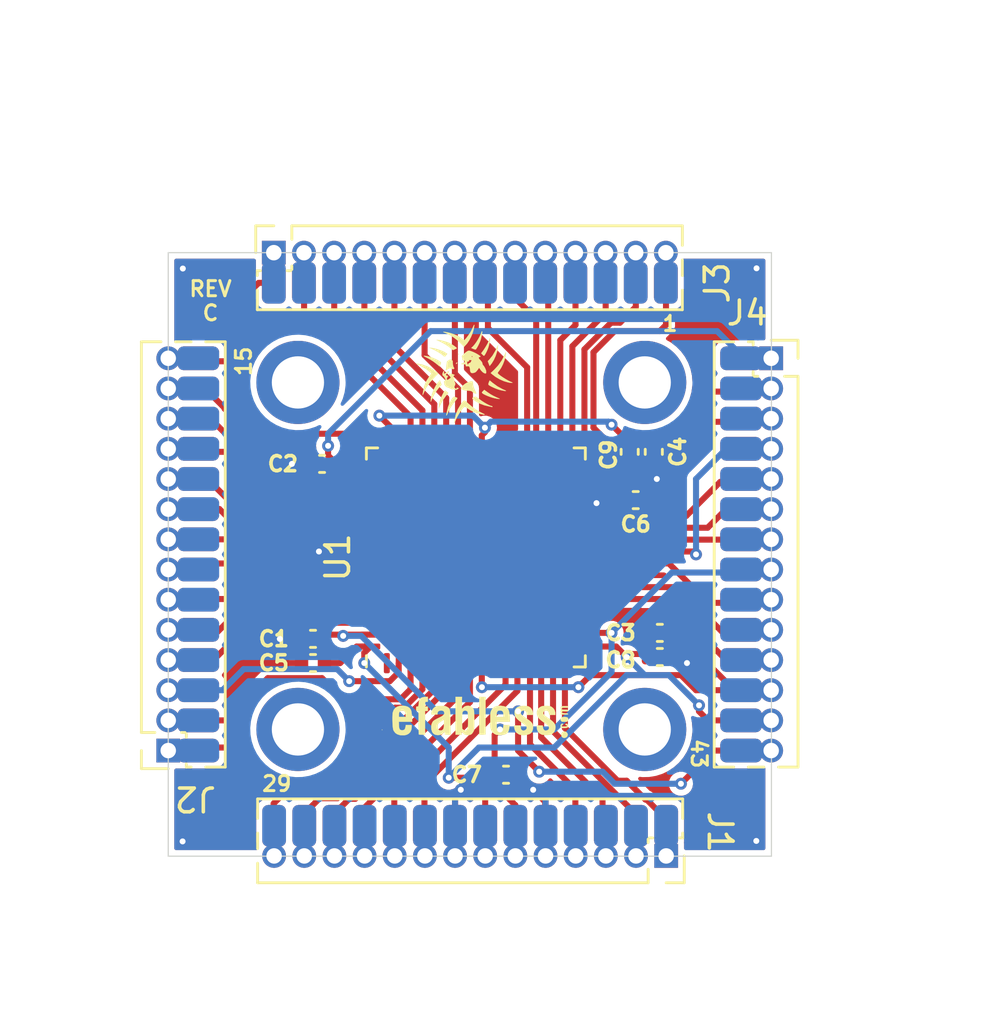
<source format=kicad_pcb>
(kicad_pcb (version 20211014) (generator pcbnew)
  (layers (0 "F.Cu" signal) (31 "B.Cu" signal) (34 "B.Paste" user) (35 "F.Paste" user) (36 "B.SilkS" user "B.Silkscreen") (37 "F.SilkS" user "F.Silkscreen") (38 "B.Mask" user) (39 "F.Mask" user) (44 "Edge.Cuts" user))
  (net 0 "")
  (net 1 "GND")
  (net 2 "vccd2")
  (net 3 "vccd1")
  (net 4 "vdda2")
  (net 5 "vdda1")
  (net 6 "vddio")
  (net 7 "vdda")
  (net 8 "vccd")
  (net 13 "mprj_io[37]")
  (net 14 "mprj_io[36]")
  (net 15 "mprj_io[35]")
  (net 16 "mprj_io[34]")
  (net 17 "mprj_io[33]")
  (net 18 "mprj_io[32]")
  (net 19 "mprj_io[31]")
  (net 20 "mprj_io[30]")
  (net 21 "mprj_io[29]")
  (net 22 "mprj_io[28]")
  (net 23 "mprj_io[27]")
  (net 24 "mprj_io[26]")
  (net 25 "mprj_io[25]")
  (net 26 "mprj_io[24]")
  (net 27 "mprj_io[23]")
  (net 28 "mprj_io[22]")
  (net 29 "mprj_io[21]")
  (net 30 "mprj_io[20]")
  (net 31 "mprj_io[19]")
  (net 32 "mprj_io[18]")
  (net 33 "mprj_io[17]")
  (net 34 "mprj_io[16]")
  (net 35 "mprj_io[15]")
  (net 36 "mprj_io[14]")
  (net 37 "mprj_io[13]")
  (net 38 "mprj_io[12]")
  (net 39 "mprj_io[11]")
  (net 40 "mprj_io[10]")
  (net 41 "mprj_io[9]")
  (net 42 "mprj_io[8]")
  (net 43 "mprj_io[7]")
  (net 44 "mprj_io[6]_ser_tx")
  (net 45 "mprj_io[5]_ser_rx")
  (net 46 "mprj_io[4]_SCK")
  (net 47 "mprj_io[3]_CSB")
  (net 48 "mprj_io[2]_SDI")
  (net 49 "mprj_io[1]_SDO")
  (net 50 "mprj_io[0]")
  (net 51 "Caravel_SCK")
  (net 52 "gpio")
  (net 53 "Caravel_D1")
  (net 54 "Caravel_D0")
  (net 55 "Caravel_CSB")
  (net 56 "xclk")
  (net 57 "~{RST}")
  (footprint "Caravel_Board:Caravel_Breakout_Connectors_2x14" (layer "F.Cu") (at 142.507 100.955 -90)
    (fp_text reference "J1")
    (fp_text value "Conn_01x14_Female")
  )
  (footprint "MountingHole:MountingHole_2.2mm_M2_ISO7380_Pad" (layer "F.Cu") (at 140.462 96.266)
    (fp_text reference "H2")
    (fp_text value "Positioning Holes")
  )
  (footprint "Capacitor_SMD:C_0402_1005Metric" (layer "F.Cu") (at 139.827 84.582 -90)
    (fp_text reference "C9")
    (fp_text value "0.1uf")
  )
  (footprint "Capacitor_SMD:C_0402_1005Metric" (layer "F.Cu") (at 126.873 85.09)
    (fp_text reference "C2")
    (fp_text value "0.1uf")
  )
  (footprint "Capacitor_SMD:C_0402_1005Metric" (layer "F.Cu") (at 134.62 98.171 180)
    (fp_text reference "C7")
    (fp_text value "0.1uf")
  )
  (footprint "MountingHole:MountingHole_2.2mm_M2_ISO7380_Pad" (layer "F.Cu") (at 140.462 81.661)
    (fp_text reference "H3")
    (fp_text value "Positioning Holes")
  )
  (footprint "Caravel_Board:ef_logo" (layer "F.Cu") (at 133.477 95.758)
    (fp_text reference "T2" hide)
    (fp_text value "Logo" hide)
  )
  (footprint "Capacitor_SMD:C_0402_1005Metric" (layer "F.Cu") (at 141.097 93.218 180)
    (fp_text reference "C8")
    (fp_text value "0.1uf")
  )
  (footprint "MountingHole:MountingHole_2.2mm_M2_ISO7380_Pad" (layer "F.Cu") (at 125.857 96.266)
    (fp_text reference "H1")
    (fp_text value "Positioning Holes")
  )
  (footprint "Caravel_Board:logo_small" (layer "F.Cu") (at 132.842 81.28)
    (fp_text reference "T1" hide)
    (fp_text value "Logo" hide)
  )
  (footprint "Caravel_Board:Caravel_Breakout_Connectors_2x14" (layer "F.Cu") (at 123.698 76.835 90)
    (fp_text reference "J3")
    (fp_text value "Conn_01x14_Female")
  )
  (footprint "Capacitor_SMD:C_0402_1005Metric" (layer "F.Cu") (at 141.097 92.202)
    (fp_text reference "C3")
    (fp_text value "0.1uf")
  )
  (footprint "Package_DFN_QFN:QFN-64-1EP_9x9mm_P0.5mm_EP7.65x7.65mm" (layer "F.Cu") (at 133.35 89.027 90)
    (fp_text reference "U1")
    (fp_text value "Caravel")
  )
  (footprint "Capacitor_SMD:C_0402_1005Metric" (layer "F.Cu") (at 140.843 84.582 -90)
    (fp_text reference "C4")
    (fp_text value "0.1uf")
  )
  (footprint "Capacitor_SMD:C_0402_1005Metric" (layer "F.Cu") (at 126.492 93.472)
    (fp_text reference "C5")
    (fp_text value "0.1uf")
  )
  (footprint "Caravel_Board:Caravel_Breakout_Connectors_2x14" (layer "F.Cu") (at 121.031 98.298 180)
    (fp_text reference "J2")
    (fp_text value "Conn_01x14_Female")
  )
  (footprint "Capacitor_SMD:C_0402_1005Metric" (layer "F.Cu") (at 126.492 92.453)
    (fp_text reference "C1")
    (fp_text value "0.1uf")
  )
  (footprint "Capacitor_SMD:C_0402_1005Metric" (layer "F.Cu") (at 140.081 86.614 180)
    (fp_text reference "C6")
    (fp_text value "0.1uf")
  )
  (footprint "Caravel_Board:Caravel_Breakout_Connectors_2x14" (layer "F.Cu") (at 145.151 79.502)
    (fp_text reference "J4")
    (fp_text value "Conn_01x14_Female")
  )
  (footprint "MountingHole:MountingHole_2.2mm_M2_ISO7380_Pad" (layer "F.Cu") (at 125.857 81.661)
    (fp_text reference "H4")
    (fp_text value "Positioning Holes")
  )
  (gr_line (start 145.796 101.6) (end 120.396 101.6) (layer "Edge.Cuts") (width 0.05))
  (gr_line (start 145.796 76.2) (end 145.796 101.6) (layer "Edge.Cuts") (width 0.05))
  (gr_line (start 120.396 76.2) (end 145.796 76.2) (layer "Edge.Cuts") (width 0.05))
  (gr_line (start 120.396 101.6) (end 120.396 76.2) (layer "Edge.Cuts") (width 0.05))
  (gr_text "1" (at 141.52626 79.18958) (layer "F.SilkS") (effects (font (size 0.635 0.635) (thickness 0.127))))
  (gr_text "15" (at 123.571 80.772 90) (layer "F.SilkS") (effects (font (size 0.635 0.635) (thickness 0.127))))
  (gr_text "43" (at 142.748 97.282 270) (layer "F.SilkS") (effects (font (size 0.635 0.635) (thickness 0.127))))
  (gr_text "REV" (at 122.174 77.724) (layer "F.SilkS") (effects (font (size 0.635 0.635) (thickness 0.127))))
  (gr_text "C\n" (at 122.174 78.74) (layer "F.SilkS") (effects (font (size 0.635 0.635) (thickness 0.127))))
  (gr_text "29" (at 124.968 98.552) (layer "F.SilkS") (effects (font (size 0.635 0.635) (thickness 0.127))))
  (segment (start 141.506 93.091) (end 140.617 92.202) (width 0.254) (layer "F.Cu") (net 1))
  (segment (start 135.89 98.933) (end 136.017 99.06) (width 0.254) (layer "F.Cu") (net 1))
  (segment (start 137.7875 89.777) (end 134.1 89.777) (width 0.254) (layer "F.Cu") (net 1))
  (segment (start 128.9125 86.777) (end 131.1 86.777) (width 0.254) (layer "F.Cu") (net 1))
  (segment (start 126.742 88.777) (end 126.623 88.777) (width 0.254) (layer "F.Cu") (net 1))
  (segment (start 135.6 86.777) (end 133.35 89.027) (width 0.254) (layer "F.Cu") (net 1))
  (segment (start 132.474 99.174) (end 132.715 98.933) (width 0.254) (layer "F.Cu") (net 1))
  (segment (start 136.017 99.06) (end 136.266 99.309) (width 0.254) (layer "F.Cu") (net 1))
  (segment (start 141.577 93.218) (end 141.986 93.218) (width 0.254) (layer "F.Cu") (net 1))
  (segment (start 140.843 85.062) (end 140.843 85.598) (width 0.254) (layer "F.Cu") (net 1))
  (segment (start 139.728 85.062) (end 140.843 85.062) (width 0.254) (layer "F.Cu") (net 1))
  (segment (start 137.7875 86.777) (end 135.6 86.777) (width 0.254) (layer "F.Cu") (net 1))
  (segment (start 136.27 100.329) (end 136.271 100.33) (width 0.1016) (layer "F.Cu") (net 1))
  (segment (start 137.8595 91.277) (end 140.299 91.277) (width 0.254) (layer "F.Cu") (net 1))
  (segment (start 138.394 86.777) (end 137.7875 86.777) (width 0.254) (layer "F.Cu") (net 1))
  (segment (start 126.623 88.777) (end 126.619 88.773) (width 0.254) (layer "F.Cu") (net 1))
  (segment (start 134.6 84.5895) (end 134.6 87.777) (width 0.254) (layer "F.Cu") (net 1))
  (segment (start 140.617 91.595) (end 140.617 92.202) (width 0.254) (layer "F.Cu") (net 1))
  (segment (start 135.1 98.171) (end 135.1 98.27) (width 0.254) (layer "F.Cu") (net 1))
  (segment (start 135.1 98.27) (end 135.763 98.933) (width 0.254) (layer "F.Cu") (net 1))
  (segment (start 132.474 100.32) (end 132.474 99.174) (width 0.254) (layer "F.Cu") (net 1))
  (segment (start 134.1 88.277) (end 133.35 89.027) (width 0.254) (layer "F.Cu") (net 1))
  (segment (start 140.843 85.598) (end 140.97 85.725) (width 0.254) (layer "F.Cu") (net 1))
  (segment (start 136.266 99.309) (end 136.266 100.34) (width 0.254) (layer "F.Cu") (net 1))
  (segment (start 126.393 85.09) (end 125.603 85.09) (width 0.254) (layer "F.Cu") (net 1))
  (segment (start 141.577 93.091) (end 141.506 93.091) (width 0.254) (layer "F.Cu") (net 1))
  (segment (start 134.1 93.4645) (end 134.1 89.777) (width 0.254) (layer "F.Cu") (net 1))
  (segment (start 138.43 86.741) (end 139.474 86.741) (width 0.254) (layer "F.Cu") (net 1))
  (segment (start 134.1 84.5895) (end 134.1 88.277) (width 0.254) (layer "F.Cu") (net 1))
  (segment (start 135.6 91.277) (end 133.35 89.027) (width 0.254) (layer "F.Cu") (net 1))
  (segment (start 128.9125 88.777) (end 133.1 88.777) (width 0.254) (layer "F.Cu") (net 1))
  (segment (start 125.095 92.456) (end 126.012 92.456) (width 0.254) (layer "F.Cu") (net 1))
  (segment (start 139.474 86.741) (end 139.601 86.614) (width 0.254) (layer "F.Cu") (net 1))
  (segment (start 126.012 92.456) (end 126.012 93.472) (width 0.254) (layer "F.Cu") (net 1))
  (segment (start 128.9125 88.777) (end 126.742 88.777) (width 0.254) (layer "F.Cu") (net 1))
  (segment (start 134.1 84.5895) (end 134.6 84.5895) (width 0.254) (layer "F.Cu") (net 1))
  (segment (start 141.4476 93.091) (end 141.577 93.091) (width 0.254) (layer "F.Cu") (net 1))
  (segment (start 138.43 86.741) (end 138.394 86.777) (width 0.254) (layer "F.Cu") (net 1))
  (segment (start 134.6 87.777) (end 133.35 89.027) (width 0.254) (layer "F.Cu") (net 1))
  (segment (start 140.299 91.277) (end 140.617 91.595) (width 0.254) (layer "F.Cu") (net 1))
  (segment (start 132.49 100.301) (end 132.461 100.33) (width 0.1016) (layer "F.Cu") (net 1))
  (segment (start 137.7875 91.277) (end 135.6 91.277) (width 0.254) (layer "F.Cu") (net 1))
  (segment (start 131.1 86.777) (end 133.35 89.027) (width 0.254) (layer "F.Cu") (net 1))
  (segment (start 133.1 88.777) (end 133.35 89.027) (width 0.254) (layer "F.Cu") (net 1))
  (segment (start 141.986 93.218) (end 142.24 93.472) (width 0.254) (layer "F.Cu") (net 1))
  (via (at 142.24 93.472) (size 0.5) (drill 0.25) (layers "F.Cu" "B.Cu") (net 1))
  (via (at 145.16 100.958) (size 0.5) (drill 0.25) (layers "F.Cu" "B.Cu") (net 1))
  (via (at 140.97 85.725) (size 0.5) (drill 0.25) (layers "F.Cu" "B.Cu") (net 1))
  (via (at 126.742 88.777) (size 0.5) (drill 0.25) (layers "F.Cu" "B.Cu") (net 1))
  (via (at 145.17 76.858) (size 0.5) (drill 0.25) (layers "F.Cu" "B.Cu") (net 1))
  (via (at 138.43 86.741) (size 0.5) (drill 0.25) (layers "F.Cu" "B.Cu") (net 1))
  (via (at 135.763 98.806) (size 0.5) (drill 0.25) (layers "F.Cu" "B.Cu") (net 1))
  (via (at 121.01 76.868) (size 0.5) (drill 0.25) (layers "F.Cu" "B.Cu") (net 1))
  (via (at 132.715 98.806) (size 0.5) (drill 0.25) (layers "F.Cu" "B.Cu") (net 1))
  (via (at 121 100.978) (size 0.5) (drill 0.25) (layers "F.Cu" "B.Cu") (net 1))
  (via (at 125.603 85.09) (size 0.5) (drill 0.25) (layers "F.Cu" "B.Cu") (net 1))
  (via (at 125.095 92.456) (size 0.5) (drill 0.25) (layers "F.Cu" "B.Cu") (net 1))
  (segment (start 143.256 99.054) (end 143.386 99.184) (width 0.254) (layer "B.Cu") (net 1))
  (segment (start 125.095 90.424) (end 126.742 88.777) (width 0.254) (layer "B.Cu") (net 1))
  (segment (start 125.095 92.456) (end 125.095 90.424) (width 0.254) (layer "B.Cu") (net 1))
  (segment (start 135.763 98.806) (end 132.715 98.806) (width 0.254) (layer "B.Cu") (net 1))
  (segment (start 143.386 99.184) (end 145.16 100.958) (width 0.254) (layer "B.Cu") (net 1))
  (segment (start 143.256 94.488) (end 143.256 99.054) (width 0.254) (layer "B.Cu") (net 1))
  (segment (start 142.24 93.472) (end 143.256 94.488) (width 0.254) (layer "B.Cu") (net 1))
  (segment (start 127.148 92.277) (end 126.972 92.453) (width 0.254) (layer "F.Cu") (net 2))
  (segment (start 128.9125 92.277) (end 127.148 92.277) (width 0.254) (layer "F.Cu") (net 2))
  (segment (start 141.986 98.552) (end 143.383 97.155) (width 0.254) (layer "F.Cu") (net 2))
  (segment (start 136.017 98.044) (end 135.128 97.155) (width 0.254) (layer "F.Cu") (net 2))
  (segment (start 135.128 97.155) (end 135.128 95.504) (width 0.254) (layer "F.Cu") (net 2))
  (segment (start 143.383 97.155) (end 144.516 97.155) (width 0.254) (layer "F.Cu") (net 2))
  (via (at 136.017 98.044) (size 0.5) (drill 0.25) (layers "F.Cu" "B.Cu") (net 2))
  (via (at 135.128 95.504) (size 0.5) (drill 0.25) (layers "F.Cu" "B.Cu") (net 2))
  (via (at 141.986 98.552) (size 0.5) (drill 0.25) (layers "F.Cu" "B.Cu") (net 2))
  (via (at 127.762 92.329) (size 0.5) (drill 0.25) (layers "F.Cu" "B.Cu") (net 2))
  (segment (start 131.699 95.504) (end 135.128 95.504) (width 0.254) (layer "B.Cu") (net 2))
  (segment (start 141.732 98.552) (end 141.986 98.552) (width 0.254) (layer "B.Cu") (net 2))
  (segment (start 127.762 92.329) (end 128.524 92.329) (width 0.254) (layer "B.Cu") (net 2))
  (segment (start 139.192 98.552) (end 138.684 98.044) (width 0.254) (layer "B.Cu") (net 2))
  (segment (start 141.732 98.552) (end 139.192 98.552) (width 0.254) (layer "B.Cu") (net 2))
  (segment (start 138.684 98.044) (end 136.017 98.044) (width 0.254) (layer "B.Cu") (net 2))
  (segment (start 128.524 92.329) (end 131.699 95.504) (width 0.254) (layer "B.Cu") (net 2))
  (segment (start 127.127 84.328) (end 127.127 84.737) (width 0.254) (layer "F.Cu") (net 3))
  (segment (start 127.127 84.737) (end 127.667 85.277) (width 0.254) (layer "F.Cu") (net 3))
  (segment (start 127.667 85.277) (end 128.9125 85.277) (width 0.254) (layer "F.Cu") (net 3))
  (via (at 127.127 84.328) (size 0.5) (drill 0.25) (layers "F.Cu" "B.Cu") (net 3))
  (segment (start 131.445 79.502) (end 143.51 79.502) (width 0.254) (layer "B.Cu") (net 3))
  (segment (start 127.127 83.82) (end 131.445 79.502) (width 0.254) (layer "B.Cu") (net 3))
  (segment (start 143.51 79.502) (end 144.516 80.508) (width 0.254) (layer "B.Cu") (net 3))
  (segment (start 144.516 80.508) (end 144.516 80.645) (width 0.254) (layer "B.Cu") (net 3))
  (segment (start 127.127 84.328) (end 127.127 83.82) (width 0.254) (layer "B.Cu") (net 3))
  (segment (start 141.986 93.98) (end 142.621 94.615) (width 0.254) (layer "F.Cu") (net 4))
  (segment (start 141.577 92.202) (end 141.821837 92.202) (width 0.254) (layer "F.Cu") (net 4))
  (segment (start 141.821837 92.202) (end 142.983419 93.363581) (width 0.254) (layer "F.Cu") (net 4))
  (segment (start 142.983419 93.363581) (end 144.234837 94.615) (width 0.254) (layer "F.Cu") (net 4))
  (segment (start 137.668 94.488) (end 138.176 93.98) (width 0.254) (layer "F.Cu") (net 4))
  (segment (start 133.6 94.484) (end 133.604 94.488) (width 0.254) (layer "F.Cu") (net 4))
  (segment (start 142.621 94.615) (end 144.516 94.615) (width 0.254) (layer "F.Cu") (net 4))
  (segment (start 138.176 93.98) (end 141.986 93.98) (width 0.254) (layer "F.Cu") (net 4))
  (segment (start 133.6 93.4645) (end 133.6 94.484) (width 0.254) (layer "F.Cu") (net 4))
  (via (at 133.604 94.488) (size 0.5) (drill 0.25) (layers "F.Cu" "B.Cu") (net 4))
  (via (at 137.668 94.488) (size 0.5) (drill 0.25) (layers "F.Cu" "B.Cu") (net 4))
  (segment (start 133.604 94.488) (end 137.668 94.488) (width 0.254) (layer "B.Cu") (net 4))
  (segment (start 141.323 84.102) (end 139.728 84.102) (width 0.254) (layer "F.Cu") (net 5))
  (segment (start 133.731 83.7565) (end 133.6 83.8875) (width 0.254) (layer "F.Cu") (net 5))
  (segment (start 130.1 84.5895) (end 130.1 83.872) (width 0.254) (layer "F.Cu") (net 5))
  (segment (start 130.1 83.872) (end 129.286 83.058) (width 0.254) (layer "F.Cu") (net 5))
  (segment (start 133.731 83.566) (end 133.731 83.7565) (width 0.254) (layer "F.Cu") (net 5))
  (segment (start 139.728 84.102) (end 139.065 83.439) (width 0.254) (layer "F.Cu") (net 5))
  (segment (start 133.6 83.8875) (end 133.6 84.5895) (width 0.254) (layer "F.Cu") (net 5))
  (segment (start 143.378 82.047) (end 141.323 84.102) (width 0.254) (layer "F.Cu") (net 5))
  (segment (start 144.267 82.047) (end 143.378 82.047) (width 0.254) (layer "F.Cu") (net 5))
  (via (at 139.065 83.439) (size 0.5) (drill 0.25) (layers "F.Cu" "B.Cu") (net 5))
  (via (at 133.731 83.566) (size 0.5) (drill 0.25) (layers "F.Cu" "B.Cu") (net 5))
  (via (at 129.286 83.058) (size 0.5) (drill 0.25) (layers "F.Cu" "B.Cu") (net 5))
  (segment (start 129.286 83.058) (end 133.223 83.058) (width 0.254) (layer "B.Cu") (net 5))
  (segment (start 133.223 83.058) (end 133.731 83.566) (width 0.254) (layer "B.Cu") (net 5))
  (segment (start 138.938 83.312) (end 139.065 83.439) (width 0.254) (layer "B.Cu") (net 5))
  (segment (start 133.985 83.312) (end 138.938 83.312) (width 0.254) (layer "B.Cu") (net 5))
  (segment (start 133.731 83.566) (end 133.985 83.312) (width 0.254) (layer "B.Cu") (net 5))
  (segment (start 142.748 95.504) (end 143.129 95.885) (width 0.254) (layer "F.Cu") (net 6))
  (segment (start 139.259 92.777) (end 137.7875 92.777) (width 0.254) (layer "F.Cu") (net 6))
  (segment (start 139.7 93.218) (end 139.827 93.091) (width 0.254) (layer "F.Cu") (net 6))
  (segment (start 127.632 93.472) (end 126.972 93.472) (width 0.254) (layer "F.Cu") (net 6))
  (segment (start 143.129 95.885) (end 144.516 95.885) (width 0.254) (layer "F.Cu") (net 6))
  (segment (start 128.9125 92.777) (end 128.33 92.777) (width 0.254) (layer "F.Cu") (net 6))
  (segment (start 128.33 92.777) (end 127.635 93.472) (width 0.254) (layer "F.Cu") (net 6))
  (segment (start 139.7 93.218) (end 139.259 92.777) (width 0.254) (layer "F.Cu") (net 6))
  (segment (start 133.096 98.298) (end 133.744 98.946) (width 0.254) (layer "F.Cu") (net 6))
  (segment (start 128.651 93.0385) (end 128.9125 92.777) (width 0.254) (layer "F.Cu") (net 6))
  (segment (start 142.748 95.25) (end 142.748 95.504) (width 0.254) (layer "F.Cu") (net 6))
  (segment (start 128.651 93.472) (end 128.651 93.0385) (width 0.254) (layer "F.Cu") (net 6))
  (segment (start 132.207 98.298) (end 133.096 98.298) (width 0.254) (layer "F.Cu") (net 6))
  (segment (start 133.744 98.946) (end 133.744 100.32) (width 0.254) (layer "F.Cu") (net 6))
  (segment (start 139.827 93.091) (end 140.617 93.091) (width 0.254) (layer "F.Cu") (net 6))
  (via (at 142.748 95.25) (size 0.5) (drill 0.25) (layers "F.Cu" "B.Cu") (net 6))
  (via (at 132.207 98.298) (size 0.5) (drill 0.25) (layers "F.Cu" "B.Cu") (net 6))
  (via (at 139.7 93.218) (size 0.5) (drill 0.25) (layers "F.Cu" "B.Cu") (net 6))
  (via (at 128.651 93.472) (size 0.5) (drill 0.25) (layers "F.Cu" "B.Cu") (net 6))
  (segment (start 128.651 93.472) (end 132.207 97.028) (width 0.254) (layer "B.Cu") (net 6))
  (segment (start 140.462 93.98) (end 139.7 93.218) (width 0.254) (layer "B.Cu") (net 6))
  (segment (start 142.748 95.25) (end 141.478 93.98) (width 0.254) (layer "B.Cu") (net 6))
  (segment (start 133.477 97.028) (end 132.207 98.298) (width 0.254) (layer "B.Cu") (net 6))
  (segment (start 136.650264 97.028) (end 133.477 97.028) (width 0.254) (layer "B.Cu") (net 6))
  (segment (start 141.478 93.98) (end 139.698264 93.98) (width 0.254) (layer "B.Cu") (net 6))
  (segment (start 132.207 97.028) (end 132.207 98.298) (width 0.254) (layer "B.Cu") (net 6))
  (segment (start 139.698264 93.98) (end 136.650264 97.028) (width 0.254) (layer "B.Cu") (net 6))
  (segment (start 138.690214 85.725) (end 139.827 85.725) (width 0.254) (layer "F.Cu") (net 7))
  (segment (start 141.859 85.979) (end 141.859 84.709) (width 0.254) (layer "F.Cu") (net 7))
  (segment (start 137.7875 86.277) (end 138.138213 86.277) (width 0.254) (layer "F.Cu") (net 7))
  (segment (start 140.688 86.487) (end 140.561 86.614) (width 0.254) (layer "F.Cu") (net 7))
  (segment (start 141.351 86.487) (end 140.688 86.487) (width 0.254) (layer "F.Cu") (net 7))
  (segment (start 138.138214 86.277) (end 138.690214 85.725) (width 0.254) (layer "F.Cu") (net 7))
  (segment (start 140.561 86.459) (end 140.561 86.614) (width 0.254) (layer "F.Cu") (net 7))
  (segment (start 143.251 83.317) (end 144.536 83.317) (width 0.254) (layer "F.Cu") (net 7))
  (segment (start 139.827 85.725) (end 140.561 86.459) (width 0.254) (layer "F.Cu") (net 7))
  (segment (start 141.859 84.709) (end 143.251 83.317) (width 0.254) (layer "F.Cu") (net 7))
  (segment (start 137.7875 86.277) (end 138.138214 86.277) (width 0.254) (layer "F.Cu") (net 7))
  (segment (start 141.351 86.487) (end 141.859 85.979) (width 0.254) (layer "F.Cu") (net 7))
  (segment (start 139.065 92.202) (end 137.8625 92.202) (width 0.254) (layer "F.Cu") (net 8))
  (segment (start 137.8625 92.202) (end 137.7875 92.277) (width 0.254) (layer "F.Cu") (net 8))
  (segment (start 134.14 98.171) (end 134.14 96.492) (width 0.254) (layer "F.Cu") (net 8))
  (segment (start 134.14 98.171) (end 134.14 98.58) (width 0.254) (layer "F.Cu") (net 8))
  (segment (start 134.14 96.492) (end 134.366 96.266) (width 0.254) (layer "F.Cu") (net 8))
  (segment (start 134.14 98.58) (end 135.014 99.454) (width 0.254) (layer "F.Cu") (net 8))
  (segment (start 135.014 99.454) (end 135.014 100.32) (width 0.254) (layer "F.Cu") (net 8))
  (via (at 139.065 92.202) (size 0.5) (drill 0.25) (layers "F.Cu" "B.Cu") (net 8))
  (via (at 134.366 96.266) (size 0.5) (drill 0.25) (layers "F.Cu" "B.Cu") (net 8))
  (segment (start 139.065 93.853) (end 136.652 96.266) (width 0.254) (layer "B.Cu") (net 8))
  (segment (start 136.652 96.266) (end 134.366 96.266) (width 0.254) (layer "B.Cu") (net 8))
  (segment (start 139.065 92.202) (end 141.605 89.662) (width 0.254) (layer "B.Cu") (net 8))
  (segment (start 141.605 89.662) (end 144.389 89.662) (width 0.254) (layer "B.Cu") (net 8))
  (segment (start 144.389 89.662) (end 144.516 89.535) (width 0.254) (layer "B.Cu") (net 8))
  (segment (start 139.065 92.202) (end 139.065 93.853) (width 0.254) (layer "B.Cu") (net 8))
  (segment (start 139.7 98.425) (end 140.49188 99.21688) (width 0.254) (layer "F.Cu") (net 13))
  (segment (start 137.1 93.4645) (end 137.1 96.206) (width 0.254) (layer "F.Cu") (net 13))
  (segment (start 140.542043 99.21688) (end 141.346 100.020837) (width 0.254) (layer "F.Cu") (net 13))
  (segment (start 140.49188 99.21688) (end 140.542043 99.21688) (width 0.254) (layer "F.Cu") (net 13))
  (segment (start 137.1 96.206) (end 139.319 98.425) (width 0.254) (layer "F.Cu") (net 13))
  (segment (start 139.319 98.425) (end 139.7 98.425) (width 0.254) (layer "F.Cu") (net 13))
  (segment (start 141.346 100.020837) (end 141.346 100.34) (width 0.254) (layer "F.Cu") (net 13))
  (segment (start 140.076 99.817) (end 140.076 100.34) (width 0.254) (layer "F.Cu") (net 14))
  (segment (start 136.6 96.341) (end 140.076 99.817) (width 0.254) (layer "F.Cu") (net 14))
  (segment (start 136.6 93.4645) (end 136.6 96.341) (width 0.254) (layer "F.Cu") (net 14))
  (segment (start 136.1 96.603) (end 138.684 99.187) (width 0.254) (layer "F.Cu") (net 15))
  (segment (start 138.684 100.218) (end 138.806 100.34) (width 0.254) (layer "F.Cu") (net 15))
  (segment (start 138.684 99.187) (end 138.684 100.218) (width 0.254) (layer "F.Cu") (net 15))
  (segment (start 136.1 93.4645) (end 136.1 96.603) (width 0.254) (layer "F.Cu") (net 15))
  (segment (start 135.629501 96.894501) (end 137.541 98.806) (width 0.254) (layer "F.Cu") (net 16))
  (segment (start 137.541 98.806) (end 137.541 100.335) (width 0.254) (layer "F.Cu") (net 16))
  (segment (start 135.629501 93.494001) (end 135.629501 96.894501) (width 0.254) (layer "F.Cu") (net 16))
  (segment (start 135.6 93.4645) (end 135.629501 93.494001) (width 0.254) (layer "F.Cu") (net 16))
  (segment (start 131.186 98.557) (end 131.186 100.34) (width 0.254) (layer "F.Cu") (net 17))
  (segment (start 135.1 93.4645) (end 135.1 94.643) (width 0.254) (layer "F.Cu") (net 17))
  (segment (start 135.1 94.643) (end 131.186 98.557) (width 0.254) (layer "F.Cu") (net 17))
  (segment (start 134.6 93.4645) (end 134.6 94.381) (width 0.254) (layer "F.Cu") (net 18))
  (segment (start 134.6 94.381) (end 129.916 99.065) (width 0.254) (layer "F.Cu") (net 18))
  (segment (start 129.916 99.065) (end 129.916 100.34) (width 0.254) (layer "F.Cu") (net 18))
  (segment (start 128.646 99.573) (end 128.646 100.34) (width 0.254) (layer "F.Cu") (net 19))
  (segment (start 133.1 93.4645) (end 133.1 95.119) (width 0.254) (layer "F.Cu") (net 19))
  (segment (start 133.1 95.119) (end 128.646 99.573) (width 0.254) (layer "F.Cu") (net 19))
  (segment (start 127.376 99.827) (end 127.376 100.34) (width 0.254) (layer "F.Cu") (net 20))
  (segment (start 128.016 99.187) (end 127.376 99.827) (width 0.254) (layer "F.Cu") (net 20))
  (segment (start 132.6 93.4645) (end 132.6 94.857) (width 0.254) (layer "F.Cu") (net 20))
  (segment (start 132.6 94.857) (end 128.27 99.187) (width 0.254) (layer "F.Cu") (net 20))
  (segment (start 128.27 99.187) (end 128.016 99.187) (width 0.254) (layer "F.Cu") (net 20))
  (segment (start 126.124 99.809) (end 126.124 100.32) (width 0.254) (layer "F.Cu") (net 21))
  (segment (start 132.1 93.4645) (end 132.08 93.4845) (width 0.254) (layer "F.Cu") (net 21))
  (segment (start 127.51942 99.16112) (end 126.77188 99.16112) (width 0.254) (layer "F.Cu") (net 21))
  (segment (start 126.77188 99.16112) (end 126.124 99.809) (width 0.254) (layer "F.Cu") (net 21))
  (segment (start 132.08 93.4845) (end 132.08 94.60054) (width 0.254) (layer "F.Cu") (net 21))
  (segment (start 132.08 94.60054) (end 127.51942 99.16112) (width 0.254) (layer "F.Cu") (net 21))
  (segment (start 127.372324 98.806) (end 125.4125 98.806) (width 0.254) (layer "F.Cu") (net 22))
  (segment (start 131.6 94.578324) (end 127.372324 98.806) (width 0.254) (layer "F.Cu") (net 22))
  (segment (start 131.6 93.4645) (end 131.6 94.578324) (width 0.254) (layer "F.Cu") (net 22))
  (segment (start 124.836 99.3825) (end 124.836 100.34) (width 0.254) (layer "F.Cu") (net 22))
  (segment (start 125.4125 98.806) (end 124.836 99.3825) (width 0.254) (layer "F.Cu") (net 22))
  (segment (start 124.841 98.425) (end 123.444 97.028) (width 0.254) (layer "F.Cu") (net 23))
  (segment (start 129.94688 95.35112) (end 126.873 98.425) (width 0.254) (layer "F.Cu") (net 23))
  (segment (start 130.324987 95.35112) (end 129.94688 95.35112) (width 0.254) (layer "F.Cu") (net 23))
  (segment (start 123.444 97.028) (end 121.793 97.028) (width 0.254) (layer "F.Cu") (net 23))
  (segment (start 131.1 94.576107) (end 130.324987 95.35112) (width 0.254) (layer "F.Cu") (net 23))
  (segment (start 131.1 93.4645) (end 131.1 94.576107) (width 0.254) (layer "F.Cu") (net 23))
  (segment (start 126.873 98.425) (end 124.841 98.425) (width 0.254) (layer "F.Cu") (net 23))
  (segment (start 124.587 94.107) (end 122.809 95.885) (width 0.254) (layer "F.Cu") (net 24))
  (segment (start 122.809 95.885) (end 121.666 95.885) (width 0.254) (layer "F.Cu") (net 24))
  (segment (start 126.873 94.107) (end 124.587 94.107) (width 0.254) (layer "F.Cu") (net 24))
  (segment (start 130.6 93.4645) (end 130.6 94.573892) (width 0.254) (layer "F.Cu") (net 24))
  (segment (start 130.177892 94.996) (end 127.762 94.996) (width 0.254) (layer "F.Cu") (net 24))
  (segment (start 130.6 94.573892) (end 130.177892 94.996) (width 0.254) (layer "F.Cu") (net 24))
  (segment (start 127.762 94.996) (end 126.873 94.107) (width 0.254) (layer "F.Cu") (net 24))
  (segment (start 128.016 94.234) (end 129.726162 94.234) (width 0.254) (layer "F.Cu") (net 25))
  (segment (start 130.1 93.860162) (end 130.1 93.4645) (width 0.254) (layer "F.Cu") (net 25))
  (segment (start 129.726162 94.234) (end 130.1 93.860162) (width 0.254) (layer "F.Cu") (net 25))
  (via (at 128.016 94.234) (size 0.5) (drill 0.25) (layers "F.Cu" "B.Cu") (net 25))
  (segment (start 128.016 94.234) (end 127.508 93.726) (width 0.254) (layer "B.Cu") (net 25))
  (segment (start 122.682 94.615) (end 123.571 93.726) (width 0.254) (layer "B.Cu") (net 25))
  (segment (start 127.508 93.726) (end 123.571 93.726) (width 0.254) (layer "B.Cu") (net 25))
  (segment (start 121.666 94.615) (end 122.682 94.615) (width 0.254) (layer "B.Cu") (net 25))
  (segment (start 122.174 93.472) (end 121.666 93.472) (width 0.254) (layer "F.Cu") (net 26))
  (segment (start 128.9125 91.777) (end 123.869 91.777) (width 0.254) (layer "F.Cu") (net 26))
  (segment (start 123.869 91.777) (end 122.174 93.472) (width 0.254) (layer "F.Cu") (net 26))
  (segment (start 122.428 92.202) (end 121.666 92.202) (width 0.254) (layer "F.Cu") (net 27))
  (segment (start 128.9125 91.277) (end 123.353 91.277) (width 0.254) (layer "F.Cu") (net 27))
  (segment (start 123.353 91.277) (end 122.428 92.202) (width 0.254) (layer "F.Cu") (net 27))
  (segment (start 128.9125 90.777) (end 121.821 90.777) (width 0.254) (layer "F.Cu") (net 28))
  (segment (start 121.821 90.777) (end 121.666 90.932) (width 0.254) (layer "F.Cu") (net 28))
  (segment (start 128.9125 90.277) (end 124.313 90.277) (width 0.254) (layer "F.Cu") (net 29))
  (segment (start 123.317 89.281) (end 122.047 89.281) (width 0.254) (layer "F.Cu") (net 29))
  (segment (start 122.047 89.281) (end 121.666 89.662) (width 0.254) (layer "F.Cu") (net 29))
  (segment (start 124.313 90.277) (end 123.317 89.281) (width 0.254) (layer "F.Cu") (net 29))
  (segment (start 128.9125 89.777) (end 124.599 89.777) (width 0.254) (layer "F.Cu") (net 30))
  (segment (start 124.599 89.777) (end 123.087 88.265) (width 0.254) (layer "F.Cu") (net 30))
  (segment (start 123.087 88.265) (end 121.793 88.265) (width 0.254) (layer "F.Cu") (net 30))
  (segment (start 121.793 88.265) (end 121.666 88.392) (width 0.254) (layer "F.Cu") (net 30))
  (segment (start 124.98188 89.42188) (end 122.55 86.99) (width 0.254) (layer "F.Cu") (net 31))
  (segment (start 128.9125 89.277) (end 128.76762 89.42188) (width 0.254) (layer "F.Cu") (net 31))
  (segment (start 122.55 86.99) (end 121.656 86.99) (width 0.254) (layer "F.Cu") (net 31))
  (segment (start 128.76762 89.42188) (end 124.98188 89.42188) (width 0.254) (layer "F.Cu") (net 31))
  (segment (start 124.587 88.265) (end 122.174 85.852) (width 0.254) (layer "F.Cu") (net 32))
  (segment (start 128.9005 88.265) (end 124.587 88.265) (width 0.254) (layer "F.Cu") (net 32))
  (segment (start 122.809 84.582) (end 121.666 84.582) (width 0.254) (layer "F.Cu") (net 33))
  (segment (start 123.317 85.09) (end 122.809 84.582) (width 0.254) (layer "F.Cu") (net 33))
  (segment (start 128.9125 87.777) (end 124.988 87.777) (width 0.254) (layer "F.Cu") (net 33))
  (segment (start 124.988 87.777) (end 123.317 86.106) (width 0.254) (layer "F.Cu") (net 33))
  (segment (start 123.317 86.106) (end 123.317 85.09) (width 0.254) (layer "F.Cu") (net 33))
  (segment (start 122.301 83.312) (end 121.666 83.312) (width 0.254) (layer "F.Cu") (net 34))
  (segment (start 128.9125 87.277) (end 125.25 87.277) (width 0.254) (layer "F.Cu") (net 34))
  (segment (start 123.825 85.852) (end 123.825 84.836) (width 0.254) (layer "F.Cu") (net 34))
  (segment (start 125.25 87.277) (end 123.825 85.852) (width 0.254) (layer "F.Cu") (net 34))
  (segment (start 123.825 84.836) (end 122.301 83.312) (width 0.254) (layer "F.Cu") (net 34))
  (segment (start 122.074163 82.042) (end 121.666 82.042) (width 0.254) (layer "F.Cu") (net 35))
  (segment (start 128.9125 86.277) (end 128.353 86.277) (width 0.254) (layer "F.Cu") (net 35))
  (segment (start 124.18012 85.44512) (end 124.18012 84.17512) (width 0.254) (layer "F.Cu") (net 35))
  (segment (start 128.353 86.277) (end 127.889 86.741) (width 0.254) (layer "F.Cu") (net 35))
  (segment (start 122.76912 82.76412) (end 122.76912 82.736957) (width 0.254) (layer "F.Cu") (net 35))
  (segment (start 124.18012 84.17512) (end 122.76912 82.76412) (width 0.254) (layer "F.Cu") (net 35))
  (segment (start 122.76912 82.736957) (end 122.074163 82.042) (width 0.254) (layer "F.Cu") (net 35))
  (segment (start 127.889 86.741) (end 125.476 86.741) (width 0.254) (layer "F.Cu") (net 35))
  (segment (start 125.476 86.741) (end 124.18012 85.44512) (width 0.254) (layer "F.Cu") (net 35))
  (segment (start 123.063 81.026) (end 122.809 80.772) (width 0.254) (layer "F.Cu") (net 36))
  (segment (start 123.063 82.417216) (end 123.063 81.026) (width 0.254) (layer "F.Cu") (net 36))
  (segment (start 122.809 80.772) (end 121.666 80.772) (width 0.254) (layer "F.Cu") (net 36))
  (segment (start 128.9125 85.777) (end 128.350784 85.777) (width 0.254) (layer "F.Cu") (net 36))
  (segment (start 124.587 84.963) (end 124.587 83.941216) (width 0.254) (layer "F.Cu") (net 36))
  (segment (start 128.350784 85.777) (end 127.894784 86.233) (width 0.254) (layer "F.Cu") (net 36))
  (segment (start 124.587 83.941216) (end 123.063 82.417216) (width 0.254) (layer "F.Cu") (net 36))
  (segment (start 125.857 86.233) (end 124.587 84.963) (width 0.254) (layer "F.Cu") (net 36))
  (segment (start 127.894784 86.233) (end 125.857 86.233) (width 0.254) (layer "F.Cu") (net 36))
  (segment (start 128.8305 83.82) (end 129.6 84.5895) (width 0.254) (layer "F.Cu") (net 37))
  (segment (start 124.968 83.82) (end 128.8305 83.82) (width 0.254) (layer "F.Cu") (net 37))
  (segment (start 123.698 82.55) (end 124.968 83.82) (width 0.254) (layer "F.Cu") (net 37))
  (segment (start 124.206 77.47) (end 123.698 77.978) (width 0.254) (layer "F.Cu") (net 37))
  (segment (start 123.698 77.978) (end 123.698 82.55) (width 0.254) (layer "F.Cu") (net 37))
  (segment (start 124.841 77.47) (end 124.206 77.47) (width 0.254) (layer "F.Cu") (net 37))
  (segment (start 130.6 83.102) (end 126.116 78.618) (width 0.254) (layer "F.Cu") (net 38))
  (segment (start 126.116 78.618) (end 126.116 77.46) (width 0.254) (layer "F.Cu") (net 38))
  (segment (start 130.6 84.5895) (end 130.6 83.102) (width 0.254) (layer "F.Cu") (net 38))
  (segment (start 131.1 84.5895) (end 131.1 82.84) (width 0.254) (layer "F.Cu") (net 39))
  (segment (start 127.386 79.126) (end 127.386 77.46) (width 0.254) (layer "F.Cu") (net 39))
  (segment (start 131.1 82.84) (end 127.386 79.126) (width 0.254) (layer "F.Cu") (net 39))
  (segment (start 128.656 79.634) (end 128.656 77.46) (width 0.254) (layer "F.Cu") (net 40))
  (segment (start 131.6 82.578) (end 128.656 79.634) (width 0.254) (layer "F.Cu") (net 40))
  (segment (start 131.6 84.5895) (end 131.6 82.578) (width 0.254) (layer "F.Cu") (net 40))
  (segment (start 132.1 84.5895) (end 132.1 82.316) (width 0.254) (layer "F.Cu") (net 41))
  (segment (start 129.921 80.137) (end 129.921 77.465) (width 0.254) (layer "F.Cu") (net 41))
  (segment (start 132.1 82.316) (end 129.921 80.137) (width 0.254) (layer "F.Cu") (net 41))
  (segment (start 132.6 81.927) (end 131.191 80.518) (width 0.254) (layer "F.Cu") (net 42))
  (segment (start 131.191 80.518) (end 131.191 77.465) (width 0.254) (layer "F.Cu") (net 42))
  (segment (start 132.6 84.5895) (end 132.6 81.927) (width 0.254) (layer "F.Cu") (net 42))
  (segment (start 132.466 81.290784) (end 132.466 77.46) (width 0.254) (layer "F.Cu") (net 43))
  (segment (start 133.1 81.924784) (end 132.466 81.290784) (width 0.254) (layer "F.Cu") (net 43))
  (segment (start 133.1 84.5895) (end 133.1 81.924784) (width 0.254) (layer "F.Cu") (net 43))
  (segment (start 135.509 83.825355) (end 135.509 81.026) (width 0.254) (layer "F.Cu") (net 44))
  (segment (start 133.858 79.375) (end 133.858 77.582) (width 0.254) (layer "F.Cu") (net 44))
  (segment (start 135.1 84.5895) (end 135.1 84.234355) (width 0.254) (layer "F.Cu") (net 44))
  (segment (start 135.509 81.026) (end 133.858 79.375) (width 0.254) (layer "F.Cu") (net 44))
  (segment (start 135.1 84.234355) (end 135.509 83.825355) (width 0.254) (layer "F.Cu") (net 44))
  (segment (start 133.858 77.582) (end 133.736 77.46) (width 0.254) (layer "F.Cu") (net 44))
  (segment (start 135.006 78.11) (end 135.006 77.46) (width 0.254) (layer "F.Cu") (net 45))
  (segment (start 135.89 83.946571) (end 135.89 78.994) (width 0.254) (layer "F.Cu") (net 45))
  (segment (start 135.89 78.994) (end 135.006 78.11) (width 0.254) (layer "F.Cu") (net 45))
  (segment (start 135.6 84.236571) (end 135.89 83.946571) (width 0.254) (layer "F.Cu") (net 45))
  (segment (start 135.6 84.5895) (end 135.6 84.236571) (width 0.254) (layer "F.Cu") (net 45))
  (segment (start 136.398 83.940787) (end 136.398 77.597) (width 0.254) (layer "F.Cu") (net 46))
  (segment (start 136.525 77.709) (end 136.276 77.46) (width 0.254) (layer "F.Cu") (net 46))
  (segment (start 136.288828 77.487828) (end 136.271 77.47) (width 0.1016) (layer "F.Cu") (net 46))
  (segment (start 136.1 84.238787) (end 136.398 83.940787) (width 0.254) (layer "F.Cu") (net 46))
  (segment (start 136.1 84.5895) (end 136.1 84.238787) (width 0.254) (layer "F.Cu") (net 46))
  (segment (start 136.398 77.597) (end 136.271 77.47) (width 0.254) (layer "F.Cu") (net 46))
  (segment (start 136.6 84.241002) (end 136.906 83.935002) (width 0.254) (layer "F.Cu") (net 47))
  (segment (start 136.906 79.883) (end 137.546 79.243) (width 0.254) (layer "F.Cu") (net 47))
  (segment (start 136.6 84.5895) (end 136.6 84.241002) (width 0.254) (layer "F.Cu") (net 47))
  (segment (start 136.906 83.935002) (end 136.906 79.883) (width 0.254) (layer "F.Cu") (net 47))
  (segment (start 137.546 79.243) (end 137.546 77.46) (width 0.254) (layer "F.Cu") (net 47))
  (segment (start 137.414 80.137) (end 138.816 78.735) (width 0.254) (layer "F.Cu") (net 48))
  (segment (start 137.1 84.5895) (end 137.414 84.2755) (width 0.254) (layer "F.Cu") (net 48))
  (segment (start 138.816 78.735) (end 138.816 77.46) (width 0.254) (layer "F.Cu") (net 48))
  (segment (start 137.414 84.2755) (end 137.414 80.137) (width 0.254) (layer "F.Cu") (net 48))
  (segment (start 137.7875 85.277) (end 137.922 85.1425) (width 0.254) (layer "F.Cu") (net 49))
  (segment (start 137.922 80.269785) (end 139.044905 79.14688) (width 0.254) (layer "F.Cu") (net 49))
  (segment (start 137.922 85.1425) (end 137.922 80.269785) (width 0.254) (layer "F.Cu") (net 49))
  (segment (start 139.044905 79.14688) (end 139.42012 79.14688) (width 0.254) (layer "F.Cu") (net 49))
  (segment (start 140.086 78.481) (end 140.086 77.46) (width 0.254) (layer "F.Cu") (net 49))
  (segment (start 139.42012 79.14688) (end 140.086 78.481) (width 0.254) (layer "F.Cu") (net 49))
  (segment (start 138.303 83.566) (end 138.303 80.391) (width 0.254) (layer "F.Cu") (net 50))
  (segment (start 137.7875 85.777) (end 138.135998 85.777) (width 0.254) (layer "F.Cu") (net 50))
  (segment (start 139.192 79.502) (end 141.097 79.502) (width 0.254) (layer "F.Cu") (net 50))
  (segment (start 137.7875 85.777) (end 138.135997 85.777) (width 0.254) (layer "F.Cu") (net 50))
  (segment (start 138.303 80.391) (end 139.192 79.502) (width 0.254) (layer "F.Cu") (net 50))
  (segment (start 141.097 79.502) (end 141.356 79.243) (width 0.254) (layer "F.Cu") (net 50))
  (segment (start 138.135998 85.777) (end 138.684 85.228998) (width 0.254) (layer "F.Cu") (net 50))
  (segment (start 138.684 85.228998) (end 138.684 83.947) (width 0.254) (layer "F.Cu") (net 50))
  (segment (start 138.684 83.947) (end 138.303 83.566) (width 0.254) (layer "F.Cu") (net 50))
  (segment (start 141.356 79.243) (end 141.356 77.46) (width 0.254) (layer "F.Cu") (net 50))
  (segment (start 142.498 88.777) (end 137.7875 88.777) (width 0.254) (layer "F.Cu") (net 51))
  (segment (start 142.621 88.9) (end 142.498 88.777) (width 0.254) (layer "F.Cu") (net 51))
  (via (at 142.621 88.9) (size 0.5) (drill 0.25) (layers "F.Cu" "B.Cu") (net 51))
  (segment (start 143.891 84.455) (end 144.516 84.455) (width 0.254) (layer "B.Cu") (net 51))
  (segment (start 142.621 85.725) (end 143.891 84.455) (width 0.254) (layer "B.Cu") (net 51))
  (segment (start 142.621 88.9) (end 142.621 85.725) (width 0.254) (layer "B.Cu") (net 51))
  (segment (start 143.637 85.852) (end 143.642 85.857) (width 0.254) (layer "F.Cu") (net 52))
  (segment (start 137.7875 87.277) (end 142.212 87.277) (width 0.254) (layer "F.Cu") (net 52))
  (segment (start 142.212 87.277) (end 143.637 85.852) (width 0.254) (layer "F.Cu") (net 52))
  (segment (start 143.642 85.857) (end 144.536 85.857) (width 0.254) (layer "F.Cu") (net 52))
  (segment (start 143.759 87.127) (end 144.536 87.127) (width 0.254) (layer "F.Cu") (net 53))
  (segment (start 143.109 87.777) (end 143.759 87.127) (width 0.254) (layer "F.Cu") (net 53))
  (segment (start 137.7875 87.777) (end 143.109 87.777) (width 0.254) (layer "F.Cu") (net 53))
  (segment (start 137.7875 88.277) (end 144.416 88.277) (width 0.254) (layer "F.Cu") (net 54))
  (segment (start 144.536 90.937) (end 143.134 90.937) (width 0.254) (layer "F.Cu") (net 55))
  (segment (start 141.474 89.277) (end 137.7875 89.277) (width 0.254) (layer "F.Cu") (net 55))
  (segment (start 143.134 90.937) (end 141.474 89.277) (width 0.254) (layer "F.Cu") (net 55))
  (segment (start 143.769 92.207) (end 144.536 92.207) (width 0.254) (layer "F.Cu") (net 56))
  (segment (start 141.839 90.277) (end 143.769 92.207) (width 0.254) (layer "F.Cu") (net 56))
  (segment (start 137.7875 90.277) (end 141.839 90.277) (width 0.254) (layer "F.Cu") (net 56))
  (segment (start 137.7875 90.777) (end 141.323 90.777) (width 0.254) (layer "F.Cu") (net 57))
  (segment (start 141.323 90.777) (end 144.023 93.477) (width 0.254) (layer "F.Cu") (net 57))
  (segment (start 144.023 93.477) (end 144.536 93.477) (width 0.254) (layer "F.Cu") (net 57))
  (zone (net 1) (net_name "GND") (layer "F.Cu") (connect_pads (clearance 0.254)) (min_thickness 0.1524) (fill yes (thermal_gap 0.254) (thermal_bridge_width 0.254))
    (polygon (pts (xy 120.396 76.2) (xy 145.796 76.2) (xy 145.796 101.6) (xy 120.396 101.6)))
  )
  (zone (net 1) (net_name "GND") (layer "B.Cu") (connect_pads (clearance 0.254)) (min_thickness 0.1524) (fill yes (thermal_gap 0.254) (thermal_bridge_width 0.254))
    (polygon (pts (xy 120.396 76.2) (xy 145.796 76.2) (xy 145.796 101.6) (xy 120.396 101.6)))
  )
)
</source>
